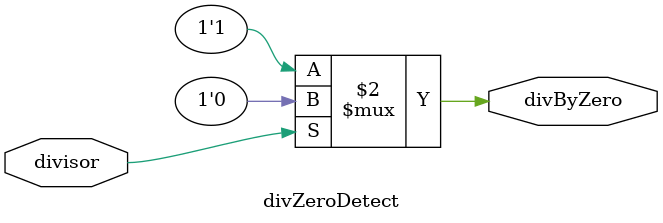
<source format=sv>
module divZeroDetect (divisor,divByZero);
  parameter width=32;
  input divisor;
  output divByZero;
  assign divByZero = (divisor==0) ? 1'b1 : 1'b0;
endmodule //divZeroDetect

</source>
